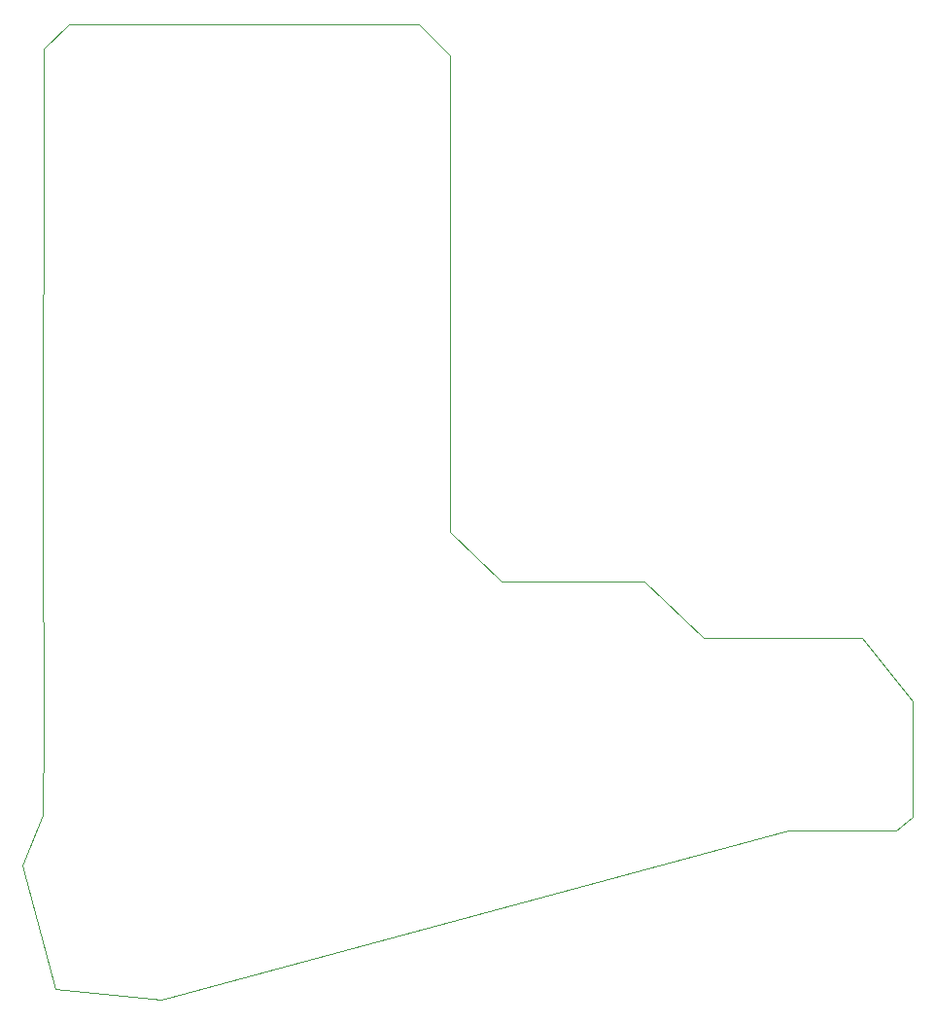
<source format=gbr>
G04 #@! TF.GenerationSoftware,KiCad,Pcbnew,(5.1.4)-1*
G04 #@! TF.CreationDate,2023-01-08T18:51:13-05:00*
G04 #@! TF.ProjectId,ThumbsUp,5468756d-6273-4557-902e-6b696361645f,rev?*
G04 #@! TF.SameCoordinates,Original*
G04 #@! TF.FileFunction,Profile,NP*
%FSLAX46Y46*%
G04 Gerber Fmt 4.6, Leading zero omitted, Abs format (unit mm)*
G04 Created by KiCad (PCBNEW (5.1.4)-1) date 2023-01-08 18:51:13*
%MOMM*%
%LPD*%
G04 APERTURE LIST*
%ADD10C,0.050000*%
G04 APERTURE END LIST*
D10*
X193900000Y-438400000D02*
X193812025Y-438310322D01*
X206400000Y-438400000D02*
X193900000Y-438400000D01*
X206412025Y-438410322D02*
X206400000Y-438400000D01*
X218912025Y-460110323D02*
X164303913Y-474809185D01*
X193812025Y-438310322D02*
X189412025Y-434110323D01*
X186712025Y-389910322D02*
X189412025Y-392610322D01*
X206412025Y-438410322D02*
X211512025Y-443310323D01*
X189412025Y-392610322D02*
X189412025Y-434110323D01*
X229712025Y-448810322D02*
X229712025Y-458910323D01*
X211512025Y-443310323D02*
X225312025Y-443310323D01*
X219112025Y-460110322D02*
X228312025Y-460110323D01*
X229712025Y-448810322D02*
X225312025Y-443310323D01*
X219112025Y-460110322D02*
X218912025Y-460110323D01*
X229712025Y-458910323D02*
X228312025Y-460110323D01*
X186712025Y-389910322D02*
X156212026Y-389910322D01*
X154023238Y-393814941D02*
X153997497Y-433386766D01*
X154014855Y-451416095D02*
X154009034Y-450396466D01*
X154021905Y-392056391D02*
X156212026Y-389910322D01*
X155082510Y-473946632D02*
X164303913Y-474809185D01*
X154002490Y-458734349D02*
X152204378Y-463184833D01*
X153997497Y-433386766D02*
X154009034Y-450396466D01*
X154002490Y-458734349D02*
X154014855Y-451416095D01*
X155082510Y-473946632D02*
X152204378Y-463184833D01*
X154023238Y-393814941D02*
X154021905Y-392056391D01*
M02*

</source>
